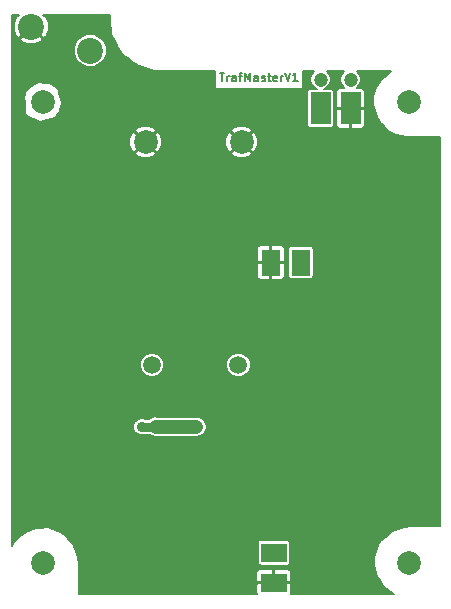
<source format=gtl>
G04 #@! TF.GenerationSoftware,KiCad,Pcbnew,(5.0.1)-4*
G04 #@! TF.CreationDate,2018-12-06T20:38:25-05:00*
G04 #@! TF.ProjectId,TrafMasterV1,547261664D617374657256312E6B6963,V1*
G04 #@! TF.SameCoordinates,Original*
G04 #@! TF.FileFunction,Copper,L1,Top,Signal*
G04 #@! TF.FilePolarity,Positive*
%FSLAX46Y46*%
G04 Gerber Fmt 4.6, Leading zero omitted, Abs format (unit mm)*
G04 Created by KiCad (PCBNEW (5.0.1)-4) date 12/6/2018 8:38:25 PM*
%MOMM*%
%LPD*%
G01*
G04 APERTURE LIST*
G04 #@! TA.AperFunction,NonConductor*
%ADD10C,0.158750*%
G04 #@! TD*
G04 #@! TA.AperFunction,ComponentPad*
%ADD11C,1.500000*%
G04 #@! TD*
G04 #@! TA.AperFunction,ComponentPad*
%ADD12C,2.000000*%
G04 #@! TD*
G04 #@! TA.AperFunction,BGAPad,CuDef*
%ADD13C,2.200000*%
G04 #@! TD*
G04 #@! TA.AperFunction,ComponentPad*
%ADD14C,1.800000*%
G04 #@! TD*
G04 #@! TA.AperFunction,ComponentPad*
%ADD15C,1.200000*%
G04 #@! TD*
G04 #@! TA.AperFunction,ComponentPad*
%ADD16R,1.700000X2.700000*%
G04 #@! TD*
G04 #@! TA.AperFunction,ComponentPad*
%ADD17R,2.200000X1.600000*%
G04 #@! TD*
G04 #@! TA.AperFunction,ComponentPad*
%ADD18R,1.600000X2.200000*%
G04 #@! TD*
G04 #@! TA.AperFunction,ViaPad*
%ADD19C,0.635000*%
G04 #@! TD*
G04 #@! TA.AperFunction,ViaPad*
%ADD20C,0.889000*%
G04 #@! TD*
G04 #@! TA.AperFunction,Conductor*
%ADD21C,1.143000*%
G04 #@! TD*
G04 #@! TA.AperFunction,Conductor*
%ADD22C,0.762000*%
G04 #@! TD*
G04 #@! TA.AperFunction,Conductor*
%ADD23C,0.152400*%
G04 #@! TD*
G04 APERTURE END LIST*
D10*
X103816573Y-60077773D02*
X104222973Y-60077773D01*
X104019773Y-60788973D02*
X104019773Y-60077773D01*
X104460040Y-60788973D02*
X104460040Y-60314840D01*
X104460040Y-60450306D02*
X104493906Y-60382573D01*
X104527773Y-60348706D01*
X104595506Y-60314840D01*
X104663240Y-60314840D01*
X105205106Y-60788973D02*
X105205106Y-60416440D01*
X105171240Y-60348706D01*
X105103506Y-60314840D01*
X104968040Y-60314840D01*
X104900306Y-60348706D01*
X105205106Y-60755106D02*
X105137373Y-60788973D01*
X104968040Y-60788973D01*
X104900306Y-60755106D01*
X104866440Y-60687373D01*
X104866440Y-60619640D01*
X104900306Y-60551906D01*
X104968040Y-60518040D01*
X105137373Y-60518040D01*
X105205106Y-60484173D01*
X105442173Y-60314840D02*
X105713106Y-60314840D01*
X105543773Y-60788973D02*
X105543773Y-60179373D01*
X105577640Y-60111640D01*
X105645373Y-60077773D01*
X105713106Y-60077773D01*
X105950173Y-60788973D02*
X105950173Y-60077773D01*
X106187240Y-60585773D01*
X106424306Y-60077773D01*
X106424306Y-60788973D01*
X107067773Y-60788973D02*
X107067773Y-60416440D01*
X107033906Y-60348706D01*
X106966173Y-60314840D01*
X106830706Y-60314840D01*
X106762973Y-60348706D01*
X107067773Y-60755106D02*
X107000040Y-60788973D01*
X106830706Y-60788973D01*
X106762973Y-60755106D01*
X106729106Y-60687373D01*
X106729106Y-60619640D01*
X106762973Y-60551906D01*
X106830706Y-60518040D01*
X107000040Y-60518040D01*
X107067773Y-60484173D01*
X107372573Y-60755106D02*
X107440306Y-60788973D01*
X107575773Y-60788973D01*
X107643506Y-60755106D01*
X107677373Y-60687373D01*
X107677373Y-60653506D01*
X107643506Y-60585773D01*
X107575773Y-60551906D01*
X107474173Y-60551906D01*
X107406440Y-60518040D01*
X107372573Y-60450306D01*
X107372573Y-60416440D01*
X107406440Y-60348706D01*
X107474173Y-60314840D01*
X107575773Y-60314840D01*
X107643506Y-60348706D01*
X107880573Y-60314840D02*
X108151506Y-60314840D01*
X107982173Y-60077773D02*
X107982173Y-60687373D01*
X108016040Y-60755106D01*
X108083773Y-60788973D01*
X108151506Y-60788973D01*
X108659506Y-60755106D02*
X108591773Y-60788973D01*
X108456306Y-60788973D01*
X108388573Y-60755106D01*
X108354706Y-60687373D01*
X108354706Y-60416440D01*
X108388573Y-60348706D01*
X108456306Y-60314840D01*
X108591773Y-60314840D01*
X108659506Y-60348706D01*
X108693373Y-60416440D01*
X108693373Y-60484173D01*
X108354706Y-60551906D01*
X108998173Y-60788973D02*
X108998173Y-60314840D01*
X108998173Y-60450306D02*
X109032040Y-60382573D01*
X109065906Y-60348706D01*
X109133640Y-60314840D01*
X109201373Y-60314840D01*
X109336840Y-60077773D02*
X109573906Y-60788973D01*
X109810973Y-60077773D01*
X110420573Y-60788973D02*
X110014173Y-60788973D01*
X110217373Y-60788973D02*
X110217373Y-60077773D01*
X110149640Y-60179373D01*
X110081906Y-60247106D01*
X110014173Y-60280973D01*
D11*
G04 #@! TO.P,P10,*
G04 #@! TO.N,*
X98086800Y-84804000D03*
G04 #@! TD*
D12*
G04 #@! TO.P,P9,5*
G04 #@! TO.N,GND1*
X105672700Y-65941900D03*
X97552700Y-65941900D03*
G04 #@! TD*
G04 #@! TO.P,P2,*
G04 #@! TO.N,*
X119862600Y-62534800D03*
G04 #@! TD*
G04 #@! TO.P,P3,*
G04 #@! TO.N,*
X88849200Y-62534800D03*
G04 #@! TD*
G04 #@! TO.P,P6,*
G04 #@! TO.N,*
X88849200Y-101549200D03*
G04 #@! TD*
G04 #@! TO.P,P7,*
G04 #@! TO.N,*
X119837200Y-101549200D03*
G04 #@! TD*
D13*
G04 #@! TO.P,P4,1*
G04 #@! TO.N,Dev+*
X92862400Y-58191400D03*
D14*
X92862400Y-58191400D03*
G04 #@! TD*
D13*
G04 #@! TO.P,P5,1*
G04 #@! TO.N,GND1*
X87858600Y-56184800D03*
D14*
X87858600Y-56184800D03*
G04 #@! TD*
D11*
G04 #@! TO.P,P11,*
G04 #@! TO.N,*
X105402000Y-84804000D03*
G04 #@! TD*
D15*
G04 #@! TO.P,P8,*
G04 #@! TO.N,*
X114896900Y-60643600D03*
X112356900Y-60643600D03*
D16*
G04 #@! TO.P,P8,2*
G04 #@! TO.N,GND1*
X114896900Y-63093600D03*
G04 #@! TO.P,P8,1*
G04 #@! TO.N,12V_IN_RAW*
X112356900Y-63093600D03*
G04 #@! TD*
D17*
G04 #@! TO.P,P13,2*
G04 #@! TO.N,GND1*
X108407200Y-103261160D03*
G04 #@! TO.P,P13,1*
G04 #@! TO.N,5V*
X108407200Y-100721160D03*
G04 #@! TD*
D18*
G04 #@! TO.P,P14,2*
G04 #@! TO.N,GND1*
X108140500Y-76136500D03*
G04 #@! TO.P,P14,1*
G04 #@! TO.N,12V*
X110680500Y-76136500D03*
G04 #@! TD*
D19*
G04 #@! TO.N,GND1*
X92395800Y-83315300D03*
X92395800Y-82140300D03*
X91220800Y-82140300D03*
X103781480Y-102413700D03*
X117138960Y-88647780D03*
X107355640Y-69992240D03*
X90576400Y-67945000D03*
X93929200Y-71932800D03*
X90576400Y-65125600D03*
X89535000Y-88519000D03*
X94259400Y-90627200D03*
X118313960Y-89822780D03*
X121584720Y-86903560D03*
X120300500Y-79593440D03*
X99964240Y-98722100D03*
X101249480Y-97132140D03*
X113035080Y-98963480D03*
X114813080Y-101655880D03*
X98519301Y-88996520D03*
X100904040Y-88676480D03*
X87142320Y-95209360D03*
X120909080Y-96606360D03*
X107508040Y-96443800D03*
X91220800Y-83315300D03*
X117138960Y-89822780D03*
X118313960Y-88647780D03*
X109296200Y-91556840D03*
X121732040Y-78369160D03*
X110454440Y-83789520D03*
X103814880Y-74665840D03*
X99339400Y-74650600D03*
X99209839Y-93103422D03*
X103755847Y-77459169D03*
X102295960Y-77190600D03*
X109697520Y-62484000D03*
X113284000Y-76006960D03*
D20*
G04 #@! TO.N,12V*
X97200720Y-90053160D03*
X101843840Y-90043000D03*
G04 #@! TD*
D21*
G04 #@! TO.N,12V*
X98397381Y-90037920D02*
X98392301Y-90043000D01*
D22*
X98382141Y-90053160D02*
X97200720Y-90053160D01*
X98397381Y-90037920D02*
X98382141Y-90053160D01*
D21*
X98402461Y-90043000D02*
X101843840Y-90043000D01*
X98397381Y-90037920D02*
X98402461Y-90043000D01*
G04 #@! TD*
D23*
G04 #@! TO.N,GND1*
G36*
X86822932Y-55220977D02*
X86607804Y-55338836D01*
X86379279Y-55881890D01*
X86375967Y-56471059D01*
X86598372Y-57016648D01*
X86607804Y-57030764D01*
X86822934Y-57148624D01*
X87786758Y-56184800D01*
X87772616Y-56170658D01*
X87844458Y-56098816D01*
X87858600Y-56112958D01*
X87872743Y-56098816D01*
X87944585Y-56170658D01*
X87930442Y-56184800D01*
X88894266Y-57148624D01*
X89109396Y-57030764D01*
X89337921Y-56487710D01*
X89341233Y-55898541D01*
X89118828Y-55352952D01*
X89109396Y-55338836D01*
X88894268Y-55220977D01*
X88896845Y-55218400D01*
X94514600Y-55218400D01*
X94514600Y-55481860D01*
X94512886Y-55499533D01*
X94514600Y-55516673D01*
X94514600Y-55533903D01*
X94518065Y-55551322D01*
X94639374Y-56764415D01*
X94635567Y-56794615D01*
X94646321Y-56833885D01*
X94646832Y-56838994D01*
X94655531Y-56867517D01*
X94663406Y-56896273D01*
X94665702Y-56900865D01*
X94677580Y-56939811D01*
X94696925Y-56963312D01*
X94917406Y-57404273D01*
X95185718Y-57940897D01*
X95199538Y-57969716D01*
X95201307Y-57972074D01*
X95202625Y-57974711D01*
X95222233Y-57999976D01*
X95574789Y-58470053D01*
X95584765Y-58494065D01*
X95616699Y-58525932D01*
X95622422Y-58533563D01*
X95641375Y-58550556D01*
X95659373Y-58568517D01*
X95667301Y-58573802D01*
X95700898Y-58603926D01*
X95725432Y-58612556D01*
X96040216Y-58822413D01*
X96362712Y-59144910D01*
X96374023Y-59164752D01*
X96412126Y-59194324D01*
X96421081Y-59203279D01*
X96439657Y-59215691D01*
X96457289Y-59229375D01*
X96468607Y-59235034D01*
X96508720Y-59261836D01*
X96531124Y-59266293D01*
X96987893Y-59494678D01*
X97009817Y-59507175D01*
X97019030Y-59510246D01*
X97027726Y-59514594D01*
X97052091Y-59521266D01*
X97457041Y-59656250D01*
X97457042Y-59656250D01*
X97784802Y-59765504D01*
X97797184Y-59771353D01*
X97817848Y-59776519D01*
X97838041Y-59783250D01*
X97851619Y-59784962D01*
X98279306Y-59891883D01*
X98286720Y-59896837D01*
X98347412Y-59908910D01*
X98372906Y-59915283D01*
X98381574Y-59915705D01*
X98390096Y-59917400D01*
X98416402Y-59917400D01*
X98478183Y-59920407D01*
X98486575Y-59917400D01*
X103390065Y-59917400D01*
X103390065Y-61420438D01*
X110914815Y-61420438D01*
X110914815Y-59917400D01*
X111839441Y-59917400D01*
X111611381Y-60145460D01*
X111477500Y-60468677D01*
X111477500Y-60818523D01*
X111611381Y-61141740D01*
X111858760Y-61389119D01*
X112026808Y-61458727D01*
X111506900Y-61458727D01*
X111397884Y-61480412D01*
X111305464Y-61542164D01*
X111243712Y-61634584D01*
X111222027Y-61743600D01*
X111222027Y-64443600D01*
X111243712Y-64552616D01*
X111305464Y-64645036D01*
X111397884Y-64706788D01*
X111506900Y-64728473D01*
X113206900Y-64728473D01*
X113315916Y-64706788D01*
X113408336Y-64645036D01*
X113470088Y-64552616D01*
X113491773Y-64443600D01*
X113491773Y-63239650D01*
X113665900Y-63239650D01*
X113665900Y-64519385D01*
X113723904Y-64659419D01*
X113831080Y-64766596D01*
X113971114Y-64824600D01*
X114750850Y-64824600D01*
X114846100Y-64729350D01*
X114846100Y-63144400D01*
X114947700Y-63144400D01*
X114947700Y-64729350D01*
X115042950Y-64824600D01*
X115822686Y-64824600D01*
X115962720Y-64766596D01*
X116069896Y-64659419D01*
X116127900Y-64519385D01*
X116127900Y-63239650D01*
X116032650Y-63144400D01*
X114947700Y-63144400D01*
X114846100Y-63144400D01*
X113761150Y-63144400D01*
X113665900Y-63239650D01*
X113491773Y-63239650D01*
X113491773Y-61743600D01*
X113470088Y-61634584D01*
X113408336Y-61542164D01*
X113315916Y-61480412D01*
X113206900Y-61458727D01*
X112686992Y-61458727D01*
X112855040Y-61389119D01*
X113102419Y-61141740D01*
X113236300Y-60818523D01*
X113236300Y-60468677D01*
X113102419Y-60145460D01*
X112874359Y-59917400D01*
X114379441Y-59917400D01*
X114151381Y-60145460D01*
X114017500Y-60468677D01*
X114017500Y-60818523D01*
X114151381Y-61141740D01*
X114372241Y-61362600D01*
X113971114Y-61362600D01*
X113831080Y-61420604D01*
X113723904Y-61527781D01*
X113665900Y-61667815D01*
X113665900Y-62947550D01*
X113761150Y-63042800D01*
X114846100Y-63042800D01*
X114846100Y-63022800D01*
X114947700Y-63022800D01*
X114947700Y-63042800D01*
X116032650Y-63042800D01*
X116127900Y-62947550D01*
X116127900Y-61667815D01*
X116069896Y-61527781D01*
X115962720Y-61420604D01*
X115822686Y-61362600D01*
X115421559Y-61362600D01*
X115642419Y-61141740D01*
X115776300Y-60818523D01*
X115776300Y-60468677D01*
X115642419Y-60145460D01*
X115414359Y-59917400D01*
X118306222Y-59917400D01*
X117957707Y-60242681D01*
X117451049Y-60673340D01*
X117435783Y-60691014D01*
X117181783Y-61097414D01*
X117174898Y-61111457D01*
X116819298Y-62076657D01*
X116814649Y-62105720D01*
X116840049Y-62816920D01*
X116841480Y-62829144D01*
X116892280Y-63083144D01*
X116893940Y-63089848D01*
X117097140Y-63775648D01*
X117106019Y-63795076D01*
X117512419Y-64430076D01*
X117523986Y-64444120D01*
X118082786Y-64977520D01*
X118098394Y-64989011D01*
X118784194Y-65370011D01*
X118809436Y-65378687D01*
X119622236Y-65505687D01*
X119631995Y-65506574D01*
X120597195Y-65531974D01*
X120599200Y-65532000D01*
X122454601Y-65532000D01*
X122454600Y-98475800D01*
X120065800Y-98475800D01*
X120056721Y-98476343D01*
X119421721Y-98552543D01*
X119409612Y-98555005D01*
X118444412Y-98834405D01*
X118413607Y-98851894D01*
X118033907Y-99206281D01*
X117527249Y-99636940D01*
X117511983Y-99654614D01*
X117257983Y-100061014D01*
X117251098Y-100075057D01*
X116895498Y-101040257D01*
X116890849Y-101069320D01*
X116916249Y-101780520D01*
X116917680Y-101792744D01*
X116968480Y-102046744D01*
X116970140Y-102053448D01*
X117173340Y-102739248D01*
X117182219Y-102758676D01*
X117588619Y-103393676D01*
X117600186Y-103407720D01*
X118158986Y-103941120D01*
X118174594Y-103952611D01*
X118559774Y-104166600D01*
X109875916Y-104166600D01*
X109888200Y-104136945D01*
X109888200Y-103407210D01*
X109792950Y-103311960D01*
X108458000Y-103311960D01*
X108458000Y-103331960D01*
X108356400Y-103331960D01*
X108356400Y-103311960D01*
X107021450Y-103311960D01*
X106926200Y-103407210D01*
X106926200Y-104136945D01*
X106938484Y-104166600D01*
X91871800Y-104166600D01*
X91871800Y-102385375D01*
X106926200Y-102385375D01*
X106926200Y-103115110D01*
X107021450Y-103210360D01*
X108356400Y-103210360D01*
X108356400Y-102175410D01*
X108458000Y-102175410D01*
X108458000Y-103210360D01*
X109792950Y-103210360D01*
X109888200Y-103115110D01*
X109888200Y-102385375D01*
X109830196Y-102245341D01*
X109723020Y-102138164D01*
X109582986Y-102080160D01*
X108553250Y-102080160D01*
X108458000Y-102175410D01*
X108356400Y-102175410D01*
X108261150Y-102080160D01*
X107231414Y-102080160D01*
X107091380Y-102138164D01*
X106984204Y-102245341D01*
X106926200Y-102385375D01*
X91871800Y-102385375D01*
X91871800Y-101727000D01*
X91871257Y-101717921D01*
X91795057Y-101082921D01*
X91792595Y-101070812D01*
X91513195Y-100105612D01*
X91495706Y-100074807D01*
X91352302Y-99921160D01*
X107022327Y-99921160D01*
X107022327Y-101521160D01*
X107044012Y-101630176D01*
X107105764Y-101722596D01*
X107198184Y-101784348D01*
X107307200Y-101806033D01*
X109507200Y-101806033D01*
X109616216Y-101784348D01*
X109708636Y-101722596D01*
X109770388Y-101630176D01*
X109792073Y-101521160D01*
X109792073Y-99921160D01*
X109770388Y-99812144D01*
X109708636Y-99719724D01*
X109616216Y-99657972D01*
X109507200Y-99636287D01*
X107307200Y-99636287D01*
X107198184Y-99657972D01*
X107105764Y-99719724D01*
X107044012Y-99812144D01*
X107022327Y-99921160D01*
X91352302Y-99921160D01*
X91141319Y-99695107D01*
X90710660Y-99188449D01*
X90692986Y-99173183D01*
X90286586Y-98919183D01*
X90272543Y-98912298D01*
X89307343Y-98556698D01*
X89278280Y-98552049D01*
X88567080Y-98577449D01*
X88554856Y-98578880D01*
X88300856Y-98629680D01*
X88294152Y-98631340D01*
X87608352Y-98834540D01*
X87588924Y-98843419D01*
X86953924Y-99249819D01*
X86939880Y-99261386D01*
X86406480Y-99820186D01*
X86394989Y-99835794D01*
X86206400Y-100175254D01*
X86206400Y-89909167D01*
X96476820Y-89909167D01*
X96476820Y-90197153D01*
X96587027Y-90463216D01*
X96790664Y-90666853D01*
X97056727Y-90777060D01*
X97344713Y-90777060D01*
X97498015Y-90713560D01*
X97864287Y-90713560D01*
X98060297Y-90844530D01*
X98392301Y-90910570D01*
X98397381Y-90909560D01*
X98402460Y-90910570D01*
X98486266Y-90893900D01*
X101927646Y-90893900D01*
X102175845Y-90844530D01*
X102457305Y-90656465D01*
X102645370Y-90375005D01*
X102711410Y-90043000D01*
X102645370Y-89710995D01*
X102457305Y-89429535D01*
X102175845Y-89241470D01*
X101927646Y-89192100D01*
X98506725Y-89192100D01*
X98397381Y-89170350D01*
X98397380Y-89170350D01*
X98065377Y-89236390D01*
X97831353Y-89392760D01*
X97498015Y-89392760D01*
X97344713Y-89329260D01*
X97056727Y-89329260D01*
X96790664Y-89439467D01*
X96587027Y-89643104D01*
X96476820Y-89909167D01*
X86206400Y-89909167D01*
X86206400Y-84599240D01*
X97057400Y-84599240D01*
X97057400Y-85008760D01*
X97214117Y-85387108D01*
X97503692Y-85676683D01*
X97882040Y-85833400D01*
X98291560Y-85833400D01*
X98669908Y-85676683D01*
X98959483Y-85387108D01*
X99116200Y-85008760D01*
X99116200Y-84599240D01*
X104372600Y-84599240D01*
X104372600Y-85008760D01*
X104529317Y-85387108D01*
X104818892Y-85676683D01*
X105197240Y-85833400D01*
X105606760Y-85833400D01*
X105985108Y-85676683D01*
X106274683Y-85387108D01*
X106431400Y-85008760D01*
X106431400Y-84599240D01*
X106274683Y-84220892D01*
X105985108Y-83931317D01*
X105606760Y-83774600D01*
X105197240Y-83774600D01*
X104818892Y-83931317D01*
X104529317Y-84220892D01*
X104372600Y-84599240D01*
X99116200Y-84599240D01*
X98959483Y-84220892D01*
X98669908Y-83931317D01*
X98291560Y-83774600D01*
X97882040Y-83774600D01*
X97503692Y-83931317D01*
X97214117Y-84220892D01*
X97057400Y-84599240D01*
X86206400Y-84599240D01*
X86206400Y-76282550D01*
X106959500Y-76282550D01*
X106959500Y-77312286D01*
X107017504Y-77452320D01*
X107124681Y-77559496D01*
X107264715Y-77617500D01*
X107994450Y-77617500D01*
X108089700Y-77522250D01*
X108089700Y-76187300D01*
X108191300Y-76187300D01*
X108191300Y-77522250D01*
X108286550Y-77617500D01*
X109016285Y-77617500D01*
X109156319Y-77559496D01*
X109263496Y-77452320D01*
X109321500Y-77312286D01*
X109321500Y-76282550D01*
X109226250Y-76187300D01*
X108191300Y-76187300D01*
X108089700Y-76187300D01*
X107054750Y-76187300D01*
X106959500Y-76282550D01*
X86206400Y-76282550D01*
X86206400Y-74960714D01*
X106959500Y-74960714D01*
X106959500Y-75990450D01*
X107054750Y-76085700D01*
X108089700Y-76085700D01*
X108089700Y-74750750D01*
X108191300Y-74750750D01*
X108191300Y-76085700D01*
X109226250Y-76085700D01*
X109321500Y-75990450D01*
X109321500Y-75036500D01*
X109595627Y-75036500D01*
X109595627Y-77236500D01*
X109617312Y-77345516D01*
X109679064Y-77437936D01*
X109771484Y-77499688D01*
X109880500Y-77521373D01*
X111480500Y-77521373D01*
X111589516Y-77499688D01*
X111681936Y-77437936D01*
X111743688Y-77345516D01*
X111765373Y-77236500D01*
X111765373Y-75036500D01*
X111743688Y-74927484D01*
X111681936Y-74835064D01*
X111589516Y-74773312D01*
X111480500Y-74751627D01*
X109880500Y-74751627D01*
X109771484Y-74773312D01*
X109679064Y-74835064D01*
X109617312Y-74927484D01*
X109595627Y-75036500D01*
X109321500Y-75036500D01*
X109321500Y-74960714D01*
X109263496Y-74820680D01*
X109156319Y-74713504D01*
X109016285Y-74655500D01*
X108286550Y-74655500D01*
X108191300Y-74750750D01*
X108089700Y-74750750D01*
X107994450Y-74655500D01*
X107264715Y-74655500D01*
X107124681Y-74713504D01*
X107017504Y-74820680D01*
X106959500Y-74960714D01*
X86206400Y-74960714D01*
X86206400Y-66905419D01*
X96661023Y-66905419D01*
X96766703Y-67110158D01*
X97273606Y-67322018D01*
X97822999Y-67323768D01*
X98331242Y-67115140D01*
X98338697Y-67110158D01*
X98444377Y-66905419D01*
X104781023Y-66905419D01*
X104886703Y-67110158D01*
X105393606Y-67322018D01*
X105942999Y-67323768D01*
X106451242Y-67115140D01*
X106458697Y-67110158D01*
X106564377Y-66905419D01*
X105672700Y-66013742D01*
X104781023Y-66905419D01*
X98444377Y-66905419D01*
X97552700Y-66013742D01*
X96661023Y-66905419D01*
X86206400Y-66905419D01*
X86206400Y-66212199D01*
X96170832Y-66212199D01*
X96379460Y-66720442D01*
X96384442Y-66727897D01*
X96589181Y-66833577D01*
X97480858Y-65941900D01*
X97624542Y-65941900D01*
X98516219Y-66833577D01*
X98720958Y-66727897D01*
X98932818Y-66220994D01*
X98932846Y-66212199D01*
X104290832Y-66212199D01*
X104499460Y-66720442D01*
X104504442Y-66727897D01*
X104709181Y-66833577D01*
X105600858Y-65941900D01*
X105744542Y-65941900D01*
X106636219Y-66833577D01*
X106840958Y-66727897D01*
X107052818Y-66220994D01*
X107054568Y-65671601D01*
X106845940Y-65163358D01*
X106840958Y-65155903D01*
X106636219Y-65050223D01*
X105744542Y-65941900D01*
X105600858Y-65941900D01*
X104709181Y-65050223D01*
X104504442Y-65155903D01*
X104292582Y-65662806D01*
X104290832Y-66212199D01*
X98932846Y-66212199D01*
X98934568Y-65671601D01*
X98725940Y-65163358D01*
X98720958Y-65155903D01*
X98516219Y-65050223D01*
X97624542Y-65941900D01*
X97480858Y-65941900D01*
X96589181Y-65050223D01*
X96384442Y-65155903D01*
X96172582Y-65662806D01*
X96170832Y-66212199D01*
X86206400Y-66212199D01*
X86206400Y-64978381D01*
X96661023Y-64978381D01*
X97552700Y-65870058D01*
X98444377Y-64978381D01*
X104781023Y-64978381D01*
X105672700Y-65870058D01*
X106564377Y-64978381D01*
X106458697Y-64773642D01*
X105951794Y-64561782D01*
X105402401Y-64560032D01*
X104894158Y-64768660D01*
X104886703Y-64773642D01*
X104781023Y-64978381D01*
X98444377Y-64978381D01*
X98338697Y-64773642D01*
X97831794Y-64561782D01*
X97282401Y-64560032D01*
X96774158Y-64768660D01*
X96766703Y-64773642D01*
X96661023Y-64978381D01*
X86206400Y-64978381D01*
X86206400Y-62219224D01*
X87237066Y-62219224D01*
X87237780Y-62244944D01*
X87299800Y-62555044D01*
X87299800Y-63055500D01*
X87300388Y-63064951D01*
X87363888Y-63572951D01*
X87376186Y-63605901D01*
X87397232Y-63626902D01*
X87778232Y-63880902D01*
X87790483Y-63887539D01*
X88234983Y-64078039D01*
X88240903Y-64080290D01*
X88621903Y-64207290D01*
X88664481Y-64208925D01*
X89172481Y-64081925D01*
X89207882Y-64061882D01*
X89213674Y-64053213D01*
X89542582Y-64020322D01*
X89563300Y-64015250D01*
X89880800Y-63888250D01*
X89912002Y-63865102D01*
X90166002Y-63547602D01*
X90177250Y-63528300D01*
X90304250Y-63210800D01*
X90307425Y-63200981D01*
X90434425Y-62692981D01*
X90435663Y-62661973D01*
X90372163Y-62280973D01*
X90370268Y-62272566D01*
X90243268Y-61828066D01*
X90242290Y-61824903D01*
X90179714Y-61637175D01*
X90116925Y-61386019D01*
X90104225Y-61359136D01*
X90082205Y-61339159D01*
X89447205Y-60958159D01*
X89408000Y-60947300D01*
X89032414Y-60947300D01*
X88593276Y-60884566D01*
X88555744Y-60888652D01*
X88047744Y-61079152D01*
X88032232Y-61087098D01*
X87651232Y-61341098D01*
X87634962Y-61355718D01*
X87317462Y-61736718D01*
X87300566Y-61774724D01*
X87237066Y-62219224D01*
X86206400Y-62219224D01*
X86206400Y-57917020D01*
X91483000Y-57917020D01*
X91483000Y-58465780D01*
X91693001Y-58972767D01*
X92081033Y-59360799D01*
X92588020Y-59570800D01*
X93136780Y-59570800D01*
X93643767Y-59360799D01*
X94031799Y-58972767D01*
X94241800Y-58465780D01*
X94241800Y-57917020D01*
X94031799Y-57410033D01*
X93643767Y-57022001D01*
X93136780Y-56812000D01*
X92588020Y-56812000D01*
X92081033Y-57022001D01*
X91693001Y-57410033D01*
X91483000Y-57917020D01*
X86206400Y-57917020D01*
X86206400Y-57220466D01*
X86894776Y-57220466D01*
X87012636Y-57435596D01*
X87555690Y-57664121D01*
X88144859Y-57667433D01*
X88690448Y-57445028D01*
X88704564Y-57435596D01*
X88822424Y-57220466D01*
X87858600Y-56256642D01*
X86894776Y-57220466D01*
X86206400Y-57220466D01*
X86206400Y-55218400D01*
X86820355Y-55218400D01*
X86822932Y-55220977D01*
X86822932Y-55220977D01*
G37*
X86822932Y-55220977D02*
X86607804Y-55338836D01*
X86379279Y-55881890D01*
X86375967Y-56471059D01*
X86598372Y-57016648D01*
X86607804Y-57030764D01*
X86822934Y-57148624D01*
X87786758Y-56184800D01*
X87772616Y-56170658D01*
X87844458Y-56098816D01*
X87858600Y-56112958D01*
X87872743Y-56098816D01*
X87944585Y-56170658D01*
X87930442Y-56184800D01*
X88894266Y-57148624D01*
X89109396Y-57030764D01*
X89337921Y-56487710D01*
X89341233Y-55898541D01*
X89118828Y-55352952D01*
X89109396Y-55338836D01*
X88894268Y-55220977D01*
X88896845Y-55218400D01*
X94514600Y-55218400D01*
X94514600Y-55481860D01*
X94512886Y-55499533D01*
X94514600Y-55516673D01*
X94514600Y-55533903D01*
X94518065Y-55551322D01*
X94639374Y-56764415D01*
X94635567Y-56794615D01*
X94646321Y-56833885D01*
X94646832Y-56838994D01*
X94655531Y-56867517D01*
X94663406Y-56896273D01*
X94665702Y-56900865D01*
X94677580Y-56939811D01*
X94696925Y-56963312D01*
X94917406Y-57404273D01*
X95185718Y-57940897D01*
X95199538Y-57969716D01*
X95201307Y-57972074D01*
X95202625Y-57974711D01*
X95222233Y-57999976D01*
X95574789Y-58470053D01*
X95584765Y-58494065D01*
X95616699Y-58525932D01*
X95622422Y-58533563D01*
X95641375Y-58550556D01*
X95659373Y-58568517D01*
X95667301Y-58573802D01*
X95700898Y-58603926D01*
X95725432Y-58612556D01*
X96040216Y-58822413D01*
X96362712Y-59144910D01*
X96374023Y-59164752D01*
X96412126Y-59194324D01*
X96421081Y-59203279D01*
X96439657Y-59215691D01*
X96457289Y-59229375D01*
X96468607Y-59235034D01*
X96508720Y-59261836D01*
X96531124Y-59266293D01*
X96987893Y-59494678D01*
X97009817Y-59507175D01*
X97019030Y-59510246D01*
X97027726Y-59514594D01*
X97052091Y-59521266D01*
X97457041Y-59656250D01*
X97457042Y-59656250D01*
X97784802Y-59765504D01*
X97797184Y-59771353D01*
X97817848Y-59776519D01*
X97838041Y-59783250D01*
X97851619Y-59784962D01*
X98279306Y-59891883D01*
X98286720Y-59896837D01*
X98347412Y-59908910D01*
X98372906Y-59915283D01*
X98381574Y-59915705D01*
X98390096Y-59917400D01*
X98416402Y-59917400D01*
X98478183Y-59920407D01*
X98486575Y-59917400D01*
X103390065Y-59917400D01*
X103390065Y-61420438D01*
X110914815Y-61420438D01*
X110914815Y-59917400D01*
X111839441Y-59917400D01*
X111611381Y-60145460D01*
X111477500Y-60468677D01*
X111477500Y-60818523D01*
X111611381Y-61141740D01*
X111858760Y-61389119D01*
X112026808Y-61458727D01*
X111506900Y-61458727D01*
X111397884Y-61480412D01*
X111305464Y-61542164D01*
X111243712Y-61634584D01*
X111222027Y-61743600D01*
X111222027Y-64443600D01*
X111243712Y-64552616D01*
X111305464Y-64645036D01*
X111397884Y-64706788D01*
X111506900Y-64728473D01*
X113206900Y-64728473D01*
X113315916Y-64706788D01*
X113408336Y-64645036D01*
X113470088Y-64552616D01*
X113491773Y-64443600D01*
X113491773Y-63239650D01*
X113665900Y-63239650D01*
X113665900Y-64519385D01*
X113723904Y-64659419D01*
X113831080Y-64766596D01*
X113971114Y-64824600D01*
X114750850Y-64824600D01*
X114846100Y-64729350D01*
X114846100Y-63144400D01*
X114947700Y-63144400D01*
X114947700Y-64729350D01*
X115042950Y-64824600D01*
X115822686Y-64824600D01*
X115962720Y-64766596D01*
X116069896Y-64659419D01*
X116127900Y-64519385D01*
X116127900Y-63239650D01*
X116032650Y-63144400D01*
X114947700Y-63144400D01*
X114846100Y-63144400D01*
X113761150Y-63144400D01*
X113665900Y-63239650D01*
X113491773Y-63239650D01*
X113491773Y-61743600D01*
X113470088Y-61634584D01*
X113408336Y-61542164D01*
X113315916Y-61480412D01*
X113206900Y-61458727D01*
X112686992Y-61458727D01*
X112855040Y-61389119D01*
X113102419Y-61141740D01*
X113236300Y-60818523D01*
X113236300Y-60468677D01*
X113102419Y-60145460D01*
X112874359Y-59917400D01*
X114379441Y-59917400D01*
X114151381Y-60145460D01*
X114017500Y-60468677D01*
X114017500Y-60818523D01*
X114151381Y-61141740D01*
X114372241Y-61362600D01*
X113971114Y-61362600D01*
X113831080Y-61420604D01*
X113723904Y-61527781D01*
X113665900Y-61667815D01*
X113665900Y-62947550D01*
X113761150Y-63042800D01*
X114846100Y-63042800D01*
X114846100Y-63022800D01*
X114947700Y-63022800D01*
X114947700Y-63042800D01*
X116032650Y-63042800D01*
X116127900Y-62947550D01*
X116127900Y-61667815D01*
X116069896Y-61527781D01*
X115962720Y-61420604D01*
X115822686Y-61362600D01*
X115421559Y-61362600D01*
X115642419Y-61141740D01*
X115776300Y-60818523D01*
X115776300Y-60468677D01*
X115642419Y-60145460D01*
X115414359Y-59917400D01*
X118306222Y-59917400D01*
X117957707Y-60242681D01*
X117451049Y-60673340D01*
X117435783Y-60691014D01*
X117181783Y-61097414D01*
X117174898Y-61111457D01*
X116819298Y-62076657D01*
X116814649Y-62105720D01*
X116840049Y-62816920D01*
X116841480Y-62829144D01*
X116892280Y-63083144D01*
X116893940Y-63089848D01*
X117097140Y-63775648D01*
X117106019Y-63795076D01*
X117512419Y-64430076D01*
X117523986Y-64444120D01*
X118082786Y-64977520D01*
X118098394Y-64989011D01*
X118784194Y-65370011D01*
X118809436Y-65378687D01*
X119622236Y-65505687D01*
X119631995Y-65506574D01*
X120597195Y-65531974D01*
X120599200Y-65532000D01*
X122454601Y-65532000D01*
X122454600Y-98475800D01*
X120065800Y-98475800D01*
X120056721Y-98476343D01*
X119421721Y-98552543D01*
X119409612Y-98555005D01*
X118444412Y-98834405D01*
X118413607Y-98851894D01*
X118033907Y-99206281D01*
X117527249Y-99636940D01*
X117511983Y-99654614D01*
X117257983Y-100061014D01*
X117251098Y-100075057D01*
X116895498Y-101040257D01*
X116890849Y-101069320D01*
X116916249Y-101780520D01*
X116917680Y-101792744D01*
X116968480Y-102046744D01*
X116970140Y-102053448D01*
X117173340Y-102739248D01*
X117182219Y-102758676D01*
X117588619Y-103393676D01*
X117600186Y-103407720D01*
X118158986Y-103941120D01*
X118174594Y-103952611D01*
X118559774Y-104166600D01*
X109875916Y-104166600D01*
X109888200Y-104136945D01*
X109888200Y-103407210D01*
X109792950Y-103311960D01*
X108458000Y-103311960D01*
X108458000Y-103331960D01*
X108356400Y-103331960D01*
X108356400Y-103311960D01*
X107021450Y-103311960D01*
X106926200Y-103407210D01*
X106926200Y-104136945D01*
X106938484Y-104166600D01*
X91871800Y-104166600D01*
X91871800Y-102385375D01*
X106926200Y-102385375D01*
X106926200Y-103115110D01*
X107021450Y-103210360D01*
X108356400Y-103210360D01*
X108356400Y-102175410D01*
X108458000Y-102175410D01*
X108458000Y-103210360D01*
X109792950Y-103210360D01*
X109888200Y-103115110D01*
X109888200Y-102385375D01*
X109830196Y-102245341D01*
X109723020Y-102138164D01*
X109582986Y-102080160D01*
X108553250Y-102080160D01*
X108458000Y-102175410D01*
X108356400Y-102175410D01*
X108261150Y-102080160D01*
X107231414Y-102080160D01*
X107091380Y-102138164D01*
X106984204Y-102245341D01*
X106926200Y-102385375D01*
X91871800Y-102385375D01*
X91871800Y-101727000D01*
X91871257Y-101717921D01*
X91795057Y-101082921D01*
X91792595Y-101070812D01*
X91513195Y-100105612D01*
X91495706Y-100074807D01*
X91352302Y-99921160D01*
X107022327Y-99921160D01*
X107022327Y-101521160D01*
X107044012Y-101630176D01*
X107105764Y-101722596D01*
X107198184Y-101784348D01*
X107307200Y-101806033D01*
X109507200Y-101806033D01*
X109616216Y-101784348D01*
X109708636Y-101722596D01*
X109770388Y-101630176D01*
X109792073Y-101521160D01*
X109792073Y-99921160D01*
X109770388Y-99812144D01*
X109708636Y-99719724D01*
X109616216Y-99657972D01*
X109507200Y-99636287D01*
X107307200Y-99636287D01*
X107198184Y-99657972D01*
X107105764Y-99719724D01*
X107044012Y-99812144D01*
X107022327Y-99921160D01*
X91352302Y-99921160D01*
X91141319Y-99695107D01*
X90710660Y-99188449D01*
X90692986Y-99173183D01*
X90286586Y-98919183D01*
X90272543Y-98912298D01*
X89307343Y-98556698D01*
X89278280Y-98552049D01*
X88567080Y-98577449D01*
X88554856Y-98578880D01*
X88300856Y-98629680D01*
X88294152Y-98631340D01*
X87608352Y-98834540D01*
X87588924Y-98843419D01*
X86953924Y-99249819D01*
X86939880Y-99261386D01*
X86406480Y-99820186D01*
X86394989Y-99835794D01*
X86206400Y-100175254D01*
X86206400Y-89909167D01*
X96476820Y-89909167D01*
X96476820Y-90197153D01*
X96587027Y-90463216D01*
X96790664Y-90666853D01*
X97056727Y-90777060D01*
X97344713Y-90777060D01*
X97498015Y-90713560D01*
X97864287Y-90713560D01*
X98060297Y-90844530D01*
X98392301Y-90910570D01*
X98397381Y-90909560D01*
X98402460Y-90910570D01*
X98486266Y-90893900D01*
X101927646Y-90893900D01*
X102175845Y-90844530D01*
X102457305Y-90656465D01*
X102645370Y-90375005D01*
X102711410Y-90043000D01*
X102645370Y-89710995D01*
X102457305Y-89429535D01*
X102175845Y-89241470D01*
X101927646Y-89192100D01*
X98506725Y-89192100D01*
X98397381Y-89170350D01*
X98397380Y-89170350D01*
X98065377Y-89236390D01*
X97831353Y-89392760D01*
X97498015Y-89392760D01*
X97344713Y-89329260D01*
X97056727Y-89329260D01*
X96790664Y-89439467D01*
X96587027Y-89643104D01*
X96476820Y-89909167D01*
X86206400Y-89909167D01*
X86206400Y-84599240D01*
X97057400Y-84599240D01*
X97057400Y-85008760D01*
X97214117Y-85387108D01*
X97503692Y-85676683D01*
X97882040Y-85833400D01*
X98291560Y-85833400D01*
X98669908Y-85676683D01*
X98959483Y-85387108D01*
X99116200Y-85008760D01*
X99116200Y-84599240D01*
X104372600Y-84599240D01*
X104372600Y-85008760D01*
X104529317Y-85387108D01*
X104818892Y-85676683D01*
X105197240Y-85833400D01*
X105606760Y-85833400D01*
X105985108Y-85676683D01*
X106274683Y-85387108D01*
X106431400Y-85008760D01*
X106431400Y-84599240D01*
X106274683Y-84220892D01*
X105985108Y-83931317D01*
X105606760Y-83774600D01*
X105197240Y-83774600D01*
X104818892Y-83931317D01*
X104529317Y-84220892D01*
X104372600Y-84599240D01*
X99116200Y-84599240D01*
X98959483Y-84220892D01*
X98669908Y-83931317D01*
X98291560Y-83774600D01*
X97882040Y-83774600D01*
X97503692Y-83931317D01*
X97214117Y-84220892D01*
X97057400Y-84599240D01*
X86206400Y-84599240D01*
X86206400Y-76282550D01*
X106959500Y-76282550D01*
X106959500Y-77312286D01*
X107017504Y-77452320D01*
X107124681Y-77559496D01*
X107264715Y-77617500D01*
X107994450Y-77617500D01*
X108089700Y-77522250D01*
X108089700Y-76187300D01*
X108191300Y-76187300D01*
X108191300Y-77522250D01*
X108286550Y-77617500D01*
X109016285Y-77617500D01*
X109156319Y-77559496D01*
X109263496Y-77452320D01*
X109321500Y-77312286D01*
X109321500Y-76282550D01*
X109226250Y-76187300D01*
X108191300Y-76187300D01*
X108089700Y-76187300D01*
X107054750Y-76187300D01*
X106959500Y-76282550D01*
X86206400Y-76282550D01*
X86206400Y-74960714D01*
X106959500Y-74960714D01*
X106959500Y-75990450D01*
X107054750Y-76085700D01*
X108089700Y-76085700D01*
X108089700Y-74750750D01*
X108191300Y-74750750D01*
X108191300Y-76085700D01*
X109226250Y-76085700D01*
X109321500Y-75990450D01*
X109321500Y-75036500D01*
X109595627Y-75036500D01*
X109595627Y-77236500D01*
X109617312Y-77345516D01*
X109679064Y-77437936D01*
X109771484Y-77499688D01*
X109880500Y-77521373D01*
X111480500Y-77521373D01*
X111589516Y-77499688D01*
X111681936Y-77437936D01*
X111743688Y-77345516D01*
X111765373Y-77236500D01*
X111765373Y-75036500D01*
X111743688Y-74927484D01*
X111681936Y-74835064D01*
X111589516Y-74773312D01*
X111480500Y-74751627D01*
X109880500Y-74751627D01*
X109771484Y-74773312D01*
X109679064Y-74835064D01*
X109617312Y-74927484D01*
X109595627Y-75036500D01*
X109321500Y-75036500D01*
X109321500Y-74960714D01*
X109263496Y-74820680D01*
X109156319Y-74713504D01*
X109016285Y-74655500D01*
X108286550Y-74655500D01*
X108191300Y-74750750D01*
X108089700Y-74750750D01*
X107994450Y-74655500D01*
X107264715Y-74655500D01*
X107124681Y-74713504D01*
X107017504Y-74820680D01*
X106959500Y-74960714D01*
X86206400Y-74960714D01*
X86206400Y-66905419D01*
X96661023Y-66905419D01*
X96766703Y-67110158D01*
X97273606Y-67322018D01*
X97822999Y-67323768D01*
X98331242Y-67115140D01*
X98338697Y-67110158D01*
X98444377Y-66905419D01*
X104781023Y-66905419D01*
X104886703Y-67110158D01*
X105393606Y-67322018D01*
X105942999Y-67323768D01*
X106451242Y-67115140D01*
X106458697Y-67110158D01*
X106564377Y-66905419D01*
X105672700Y-66013742D01*
X104781023Y-66905419D01*
X98444377Y-66905419D01*
X97552700Y-66013742D01*
X96661023Y-66905419D01*
X86206400Y-66905419D01*
X86206400Y-66212199D01*
X96170832Y-66212199D01*
X96379460Y-66720442D01*
X96384442Y-66727897D01*
X96589181Y-66833577D01*
X97480858Y-65941900D01*
X97624542Y-65941900D01*
X98516219Y-66833577D01*
X98720958Y-66727897D01*
X98932818Y-66220994D01*
X98932846Y-66212199D01*
X104290832Y-66212199D01*
X104499460Y-66720442D01*
X104504442Y-66727897D01*
X104709181Y-66833577D01*
X105600858Y-65941900D01*
X105744542Y-65941900D01*
X106636219Y-66833577D01*
X106840958Y-66727897D01*
X107052818Y-66220994D01*
X107054568Y-65671601D01*
X106845940Y-65163358D01*
X106840958Y-65155903D01*
X106636219Y-65050223D01*
X105744542Y-65941900D01*
X105600858Y-65941900D01*
X104709181Y-65050223D01*
X104504442Y-65155903D01*
X104292582Y-65662806D01*
X104290832Y-66212199D01*
X98932846Y-66212199D01*
X98934568Y-65671601D01*
X98725940Y-65163358D01*
X98720958Y-65155903D01*
X98516219Y-65050223D01*
X97624542Y-65941900D01*
X97480858Y-65941900D01*
X96589181Y-65050223D01*
X96384442Y-65155903D01*
X96172582Y-65662806D01*
X96170832Y-66212199D01*
X86206400Y-66212199D01*
X86206400Y-64978381D01*
X96661023Y-64978381D01*
X97552700Y-65870058D01*
X98444377Y-64978381D01*
X104781023Y-64978381D01*
X105672700Y-65870058D01*
X106564377Y-64978381D01*
X106458697Y-64773642D01*
X105951794Y-64561782D01*
X105402401Y-64560032D01*
X104894158Y-64768660D01*
X104886703Y-64773642D01*
X104781023Y-64978381D01*
X98444377Y-64978381D01*
X98338697Y-64773642D01*
X97831794Y-64561782D01*
X97282401Y-64560032D01*
X96774158Y-64768660D01*
X96766703Y-64773642D01*
X96661023Y-64978381D01*
X86206400Y-64978381D01*
X86206400Y-62219224D01*
X87237066Y-62219224D01*
X87237780Y-62244944D01*
X87299800Y-62555044D01*
X87299800Y-63055500D01*
X87300388Y-63064951D01*
X87363888Y-63572951D01*
X87376186Y-63605901D01*
X87397232Y-63626902D01*
X87778232Y-63880902D01*
X87790483Y-63887539D01*
X88234983Y-64078039D01*
X88240903Y-64080290D01*
X88621903Y-64207290D01*
X88664481Y-64208925D01*
X89172481Y-64081925D01*
X89207882Y-64061882D01*
X89213674Y-64053213D01*
X89542582Y-64020322D01*
X89563300Y-64015250D01*
X89880800Y-63888250D01*
X89912002Y-63865102D01*
X90166002Y-63547602D01*
X90177250Y-63528300D01*
X90304250Y-63210800D01*
X90307425Y-63200981D01*
X90434425Y-62692981D01*
X90435663Y-62661973D01*
X90372163Y-62280973D01*
X90370268Y-62272566D01*
X90243268Y-61828066D01*
X90242290Y-61824903D01*
X90179714Y-61637175D01*
X90116925Y-61386019D01*
X90104225Y-61359136D01*
X90082205Y-61339159D01*
X89447205Y-60958159D01*
X89408000Y-60947300D01*
X89032414Y-60947300D01*
X88593276Y-60884566D01*
X88555744Y-60888652D01*
X88047744Y-61079152D01*
X88032232Y-61087098D01*
X87651232Y-61341098D01*
X87634962Y-61355718D01*
X87317462Y-61736718D01*
X87300566Y-61774724D01*
X87237066Y-62219224D01*
X86206400Y-62219224D01*
X86206400Y-57917020D01*
X91483000Y-57917020D01*
X91483000Y-58465780D01*
X91693001Y-58972767D01*
X92081033Y-59360799D01*
X92588020Y-59570800D01*
X93136780Y-59570800D01*
X93643767Y-59360799D01*
X94031799Y-58972767D01*
X94241800Y-58465780D01*
X94241800Y-57917020D01*
X94031799Y-57410033D01*
X93643767Y-57022001D01*
X93136780Y-56812000D01*
X92588020Y-56812000D01*
X92081033Y-57022001D01*
X91693001Y-57410033D01*
X91483000Y-57917020D01*
X86206400Y-57917020D01*
X86206400Y-57220466D01*
X86894776Y-57220466D01*
X87012636Y-57435596D01*
X87555690Y-57664121D01*
X88144859Y-57667433D01*
X88690448Y-57445028D01*
X88704564Y-57435596D01*
X88822424Y-57220466D01*
X87858600Y-56256642D01*
X86894776Y-57220466D01*
X86206400Y-57220466D01*
X86206400Y-55218400D01*
X86820355Y-55218400D01*
X86822932Y-55220977D01*
G04 #@! TD*
M02*

</source>
